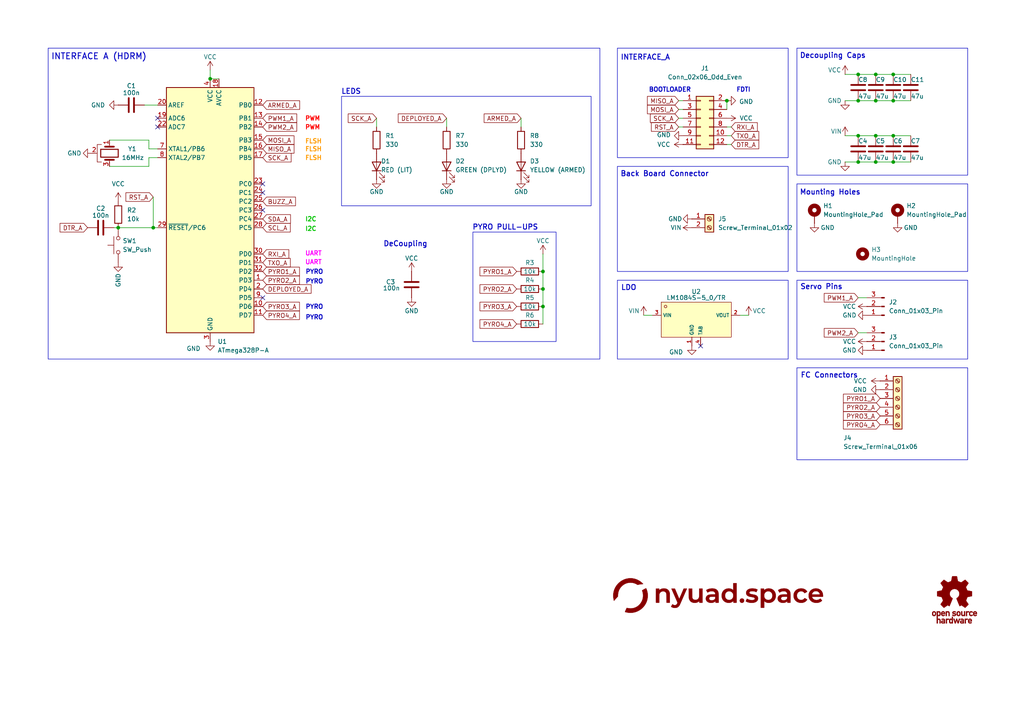
<source format=kicad_sch>
(kicad_sch (version 20250114) (generator "eeschema") (generator_version "9.0")
  (paper "A4")
  (title_block (title "Servo Interface Board") (date "2025-05-06") (rev "4") (company "Nasheed Ur Rehman"))
  (lib_symbols
    (symbol "Connector:Conn_01x03_Pin" (pin_names (offset 1.016) (hide yes))
      (property "Reference" "J" (at 0 5.08 0))
      (property "Value" "Conn_01x03_Pin" (at 0 -5.08 0))
      (symbol "Conn_01x03_Pin_1_1"
        (pin passive line (at 5.08 2.54 180) (length 3.81) (name "Pin_1") (number "1"))
        (pin passive line (at 5.08 0 180) (length 3.81) (name "Pin_2") (number "2"))
        (pin passive line (at 5.08 -2.54 180) (length 3.81) (name "Pin_3") (number "3"))
      )
    )
    (symbol "Connector:Screw_Terminal_01x02" (pin_names (offset 1.016) (hide yes))
      (property "Reference" "J" (at 0 2.54 0))
      (property "Value" "Screw_Terminal_01x02" (at 0 -5.08 0))
      (symbol "Screw_Terminal_01x02_1_1"
        (pin passive line (at -5.08 0 0) (length 3.81) (name "Pin_1") (number "1"))
        (pin passive line (at -5.08 -2.54 0) (length 3.81) (name "Pin_2") (number "2"))
      )
    )
    (symbol "Connector:Screw_Terminal_01x06" (pin_names (offset 1.016) (hide yes))
      (property "Reference" "J" (at 0 7.62 0))
      (property "Value" "Screw_Terminal_01x06" (at 0 -10.16 0))
      (symbol "Screw_Terminal_01x06_1_1"
        (pin passive line (at -5.08 5.08 0) (length 3.81) (name "Pin_1") (number "1"))
        (pin passive line (at -5.08 2.54 0) (length 3.81) (name "Pin_2") (number "2"))
        (pin passive line (at -5.08 0 0) (length 3.81) (name "Pin_3") (number "3"))
        (pin passive line (at -5.08 -2.54 0) (length 3.81) (name "Pin_4") (number "4"))
        (pin passive line (at -5.08 -5.08 0) (length 3.81) (name "Pin_5") (number "5"))
        (pin passive line (at -5.08 -7.62 0) (length 3.81) (name "Pin_6") (number "6"))
      )
    )
    (symbol "Connector_Generic:Conn_02x06_Odd_Even" (pin_names (offset 1.016) (hide yes))
      (property "Reference" "J" (at 1.27 7.62 0))
      (property "Value" "Conn_02x06_Odd_Even" (at 1.27 -10.16 0))
      (symbol "Conn_02x06_Odd_Even_1_1"
        (pin passive line (at -5.08 5.08 0) (length 3.81) (name "Pin_1") (number "1"))
        (pin passive line (at -5.08 2.54 0) (length 3.81) (name "Pin_3") (number "3"))
        (pin passive line (at -5.08 0 0) (length 3.81) (name "Pin_5") (number "5"))
        (pin passive line (at -5.08 -2.54 0) (length 3.81) (name "Pin_7") (number "7"))
        (pin passive line (at -5.08 -5.08 0) (length 3.81) (name "Pin_9") (number "9"))
        (pin passive line (at -5.08 -7.62 0) (length 3.81) (name "Pin_11") (number "11"))
        (pin passive line (at 7.62 5.08 180) (length 3.81) (name "Pin_2") (number "2"))
        (pin passive line (at 7.62 2.54 180) (length 3.81) (name "Pin_4") (number "4"))
        (pin passive line (at 7.62 0 180) (length 3.81) (name "Pin_6") (number "6"))
        (pin passive line (at 7.62 -2.54 180) (length 3.81) (name "Pin_8") (number "8"))
        (pin passive line (at 7.62 -5.08 180) (length 3.81) (name "Pin_10") (number "10"))
        (pin passive line (at 7.62 -7.62 180) (length 3.81) (name "Pin_12") (number "12"))
      )
    )
    (symbol "Device:C" (pin_numbers (hide yes)) (pin_names (offset 0.254))
      (property "Reference" "C" (at 0.635 2.54 0))
      (property "Value" "C" (at 0.635 -2.54 0))
      (symbol "C_1_1"
        (pin passive line (at 0 3.81 270) (length 2.794) (name "~") (number "1"))
        (pin passive line (at 0 -3.81 90) (length 2.794) (name "~") (number "2"))
      )
    )
    (symbol "Device:Crystal_GND2" (pin_names (offset 1.016) (hide yes))
      (property "Reference" "Y" (at 0 5.715 0))
      (property "Value" "Crystal_GND2" (at 0 3.81 0))
      (symbol "Crystal_GND2_1_1"
        (pin passive line (at -3.81 0 0) (length 1.27) (name "1") (number "1"))
        (pin passive line (at 0 -5.08 90) (length 1.27) (name "2") (number "2"))
        (pin passive line (at 3.81 0 180) (length 1.27) (name "3") (number "3"))
      )
    )
    (symbol "Device:LED" (pin_numbers (hide yes)) (pin_names (offset 1.016) (hide yes))
      (property "Reference" "D" (at 0 2.54 0))
      (property "Value" "LED" (at 0 -2.54 0))
      (symbol "LED_1_1"
        (pin passive line (at -3.81 0 0) (length 2.54) (name "K") (number "1"))
        (pin passive line (at 3.81 0 180) (length 2.54) (name "A") (number "2"))
      )
    )
    (symbol "Device:R" (pin_numbers (hide yes)) (pin_names (offset 0))
      (property "Reference" "R" (at 2.032 0 90))
      (property "Value" "R" (at 0 0 90))
      (symbol "R_1_1"
        (pin passive line (at 0 3.81 270) (length 1.27) (name "~") (number "1"))
        (pin passive line (at 0 -3.81 90) (length 1.27) (name "~") (number "2"))
      )
    )
    (symbol "LM1084S-5-TR:LM1084S-5_0/TR"
      (property "Reference" "U2" (at 0 10.16 0))
      (property "Value" "LM1084S-5_0/TR" (at 0 7.62 0))
      (symbol "LM1084S-5_0/TR_0_1"
        (pin unspecified line (at -12.7 1.27 0) (length 2.54) (name "VIN") (number "3"))
        (pin unspecified line (at 1.27 -7.62 90) (length 2.54) (name "TAB") (number "4"))
        (pin unspecified line (at 12.7 1.27 180) (length 2.54) (name "VOUT") (number "2"))
      )
      (symbol "LM1084S-5_0/TR_1_1"
        (pin unspecified line (at -1.27 -7.62 90) (length 2.54) (name "GND") (number "1"))
      )
    )
    (symbol "MCU_Microchip_ATmega:ATmega328P-A"
      (property "Reference" "U1" (at 2.1433 -38.1 0))
      (property "Value" "ATmega328P-A" (at 2.1433 -40.64 0))
      (symbol "ATmega328P-A_1_1"
        (pin passive line (at -15.24 30.48 0) (length 2.54) (name "AREF") (number "20"))
        (pin input line (at -15.24 26.67 0) (length 2.54) (name "ADC6") (number "19"))
        (pin input line (at -15.24 24.13 0) (length 2.54) (name "ADC7") (number "22"))
        (pin bidirectional line (at -15.24 17.78 0) (length 2.54) (name "XTAL1/PB6") (number "7"))
        (pin bidirectional line (at -15.24 15.24 0) (length 2.54) (name "XTAL2/PB7") (number "8"))
        (pin bidirectional line (at -15.24 -5.08 0) (length 2.54) (name "~{RESET}/PC6") (number "29"))
        (pin power_in line (at 0 38.1 270) (length 2.54) (name "VCC") (number "4"))
        (pin passive line (at 0 38.1 270) (length 2.54) (hide yes) (name "VCC") (number "6"))
        (pin passive line (at 0 -38.1 90) (length 2.54) (hide yes) (name "GND") (number "21"))
        (pin power_in line (at 0 -38.1 90) (length 2.54) (name "GND") (number "3"))
        (pin passive line (at 0 -38.1 90) (length 2.54) (hide yes) (name "GND") (number "5"))
        (pin power_in line (at 2.54 38.1 270) (length 2.54) (name "AVCC") (number "18"))
        (pin bidirectional line (at 15.24 30.48 180) (length 2.54) (name "PB0") (number "12"))
        (pin bidirectional line (at 15.24 26.67 180) (length 2.54) (name "PB1") (number "13"))
        (pin bidirectional line (at 15.24 24.13 180) (length 2.54) (name "PB2") (number "14"))
        (pin bidirectional line (at 15.24 20.32 180) (length 2.54) (name "PB3") (number "15"))
        (pin bidirectional line (at 15.24 17.78 180) (length 2.54) (name "PB4") (number "16"))
        (pin bidirectional line (at 15.24 15.24 180) (length 2.54) (name "PB5") (number "17"))
        (pin bidirectional line (at 15.24 7.62 180) (length 2.54) (name "PC0") (number "23"))
        (pin bidirectional line (at 15.24 5.08 180) (length 2.54) (name "PC1") (number "24"))
        (pin bidirectional line (at 15.24 2.54 180) (length 2.54) (name "PC2") (number "25"))
        (pin bidirectional line (at 15.24 0 180) (length 2.54) (name "PC3") (number "26"))
        (pin bidirectional line (at 15.24 -2.54 180) (length 2.54) (name "PC4") (number "27"))
        (pin bidirectional line (at 15.24 -5.08 180) (length 2.54) (name "PC5") (number "28"))
        (pin bidirectional line (at 15.24 -12.7 180) (length 2.54) (name "PD0") (number "30"))
        (pin bidirectional line (at 15.24 -15.24 180) (length 2.54) (name "PD1") (number "31"))
        (pin bidirectional line (at 15.24 -17.78 180) (length 2.54) (name "PD2") (number "32"))
        (pin bidirectional line (at 15.24 -20.32 180) (length 2.54) (name "PD3") (number "1"))
        (pin bidirectional line (at 15.24 -22.86 180) (length 2.54) (name "PD4") (number "2"))
        (pin bidirectional line (at 15.24 -25.4 180) (length 2.54) (name "PD5") (number "9"))
        (pin bidirectional line (at 15.24 -27.94 180) (length 2.54) (name "PD6") (number "10"))
        (pin bidirectional line (at 15.24 -30.48 180) (length 2.54) (name "PD7") (number "11"))
      )
    )
    (symbol "Mechanical:MountingHole" (pin_names (offset 1.016)) (exclude_from_sim yes) (in_bom no)
      (property "Reference" "H" (at 0 5.08 0))
      (property "Value" "MountingHole" (at 0 3.175 0))
    )
    (symbol "Mechanical:MountingHole_Pad" (pin_numbers (hide yes)) (pin_names (offset 1.016) (hide yes)) (exclude_from_sim yes) (in_bom no)
      (property "Reference" "H" (at 0 6.35 0))
      (property "Value" "MountingHole_Pad" (at 0 4.445 0))
      (symbol "MountingHole_Pad_1_1"
        (pin input line (at 0 -2.54 90) (length 2.54) (name "1") (number "1"))
      )
    )
    (symbol "Switch:SW_Push" (pin_numbers (hide yes)) (pin_names (offset 1.016) (hide yes))
      (property "Reference" "SW" (at 1.27 2.54 0))
      (property "Value" "SW_Push" (at 0 -1.524 0))
      (symbol "SW_Push_0_1"
        (pin passive line (at -5.08 0 0) (length 2.54) (name "1") (number "1"))
        (pin passive line (at 5.08 0 180) (length 2.54) (name "2") (number "2"))
      )
    )
    (symbol "nyuad_space:LOGO" (pin_names (offset 1.016)))
    (symbol "osh_logo:LOGO" (pin_names (offset 1.016)))
    (symbol "power:GND" (power) (pin_numbers (hide yes)) (pin_names (offset 0) (hide yes))
      (property "Value" "GND" (at 0 -3.81 0))
      (symbol "GND_1_1"
        (pin power_in line (at 0 0 270) (length 0) (name "~") (number "1"))
      )
    )
    (symbol "power:VCC" (power) (pin_numbers (hide yes)) (pin_names (offset 0) (hide yes))
      (property "Value" "VCC" (at 0 3.556 0))
      (symbol "VCC_1_1"
        (pin power_in line (at 0 0 90) (length 0) (name "~") (number "1"))
      )
    )
  )
  (rectangle (start 13.97 13.97) (end 173.99 104.14))
  (rectangle (start 231.14 53.34) (end 280.67 78.74))
  (rectangle (start 99.06 27.94) (end 171.45 59.69))
  (rectangle (start 137.16 67.31) (end 161.29 99.06))
  (rectangle (start 179.07 81.28) (end 228.6 104.14))
  (rectangle (start 231.14 106.68) (end 280.67 133.35))
  (rectangle (start 231.14 13.97) (end 280.67 50.8))
  (rectangle (start 179.07 13.97) (end 228.6 45.72))
  (rectangle (start 179.07 48.26) (end 228.6 78.74))
  (rectangle (start 231.14 81.28) (end 280.67 104.14))
  (text "FC Connectors" (at 240.538 108.966 0) (effects (font (size 1.5 1.5) (thickness 0.254) (bold yes))))
  (text "Servo Pins" (at 238.252 83.312 0) (effects (font (size 1.5 1.5) (thickness 0.254) (bold yes))))
  (text "Decoupling Caps" (at 241.554 16.256 0) (effects (font (size 1.5 1.5) (thickness 0.254) (bold yes))))
  (text "DeCoupling" (at 117.602 70.866 0) (effects (font (size 1.5 1.5) (thickness 0.254) (bold yes))))
  (text "FLSH" (at 90.932 41.148 0) (effects (font (size 1.27 1.27) (thickness 0.254) (bold yes))))
  (text "LEDS" (at 101.854 26.67 0) (effects (font (size 1.5 1.5) (thickness 0.254) (bold yes))))
  (text "UART" (at 90.932 76.2 0) (effects (font (size 1.27 1.27) (thickness 0.254) (bold yes))))
  (text "Back Board Connector\n" (at 192.786 50.546 0) (effects (font (size 1.5 1.5) (thickness 0.254) (bold yes))))
  (text "PYRO PULL-UPS" (at 146.558 66.04 0) (effects (font (size 1.5 1.5) (thickness 0.254) (bold yes))))
  (text "I2C" (at 90.17 66.548 0) (effects (font (size 1.27 1.27) (thickness 0.254) (bold yes))))
  (text "UART" (at 90.932 73.66 0) (effects (font (size 1.27 1.27) (thickness 0.254) (bold yes))))
  (text "PYRO" (at 91.186 92.202 0) (effects (font (size 1.27 1.27) (thickness 0.254) (bold yes))))
  (text "INTERFACE A (HDRM)" (at 28.702 16.51 0) (effects (font (size 1.75 1.75) (thickness 0.254) (bold yes))))
  (text "PYRO" (at 91.186 81.788 0) (effects (font (size 1.27 1.27) (thickness 0.254) (bold yes))))
  (text "PWM" (at 90.678 37.084 0) (effects (font (size 1.27 1.27) (thickness 0.254) (bold yes))))
  (text "LDO" (at 182.372 83.566 0) (effects (font (size 1.5 1.5) (thickness 0.254) (bold yes))))
  (text "Mounting Holes" (at 240.792 55.88 0) (effects (font (size 1.5 1.5) (thickness 0.254) (bold yes))))
  (text "PYRO" (at 91.186 89.154 0) (effects (font (size 1.27 1.27) (thickness 0.254) (bold yes))))
  (text "FDTI" (at 215.646 26.162 0) (effects (font (size 1.27 1.27) (thickness 0.254) (bold yes))))
  (text "FLSH" (at 90.932 43.434 0) (effects (font (size 1.27 1.27) (thickness 0.254) (bold yes))))
  (text "PYRO" (at 91.186 78.994 0) (effects (font (size 1.27 1.27) (thickness 0.254) (bold yes))))
  (text "BOOTLOADER" (at 194.31 26.162 0) (effects (font (size 1.27 1.27) (thickness 0.254) (bold yes))))
  (text "FLSH" (at 90.932 45.974 0) (effects (font (size 1.27 1.27) (thickness 0.254) (bold yes))))
  (text "I2C" (at 90.17 63.754 0) (effects (font (size 1.27 1.27) (thickness 0.254) (bold yes))))
  (text "INTERFACE_A" (at 187.198 16.764 0) (effects (font (size 1.5 1.5) (thickness 0.254) (bold yes))))
  (text "PWM" (at 90.678 34.544 0) (effects (font (size 1.27 1.27) (thickness 0.254) (bold yes))))
  (junction (at 248.92 46.99))
  (junction (at 157.48 88.9))
  (junction (at 157.48 83.82))
  (junction (at 34.29 66.04))
  (junction (at 157.48 78.74))
  (junction (at 259.08 39.37))
  (junction (at 248.92 21.59))
  (junction (at 259.08 21.59))
  (junction (at 254 21.59))
  (junction (at 259.08 46.99))
  (junction (at 210.82 29.21))
  (junction (at 259.08 29.21))
  (junction (at 44.45 66.04))
  (junction (at 248.92 29.21))
  (junction (at 254 29.21))
  (junction (at 254 46.99))
  (junction (at 248.92 39.37))
  (junction (at 60.96 22.86))
  (junction (at 254 39.37))
  (no_connect (at 76.2 60.96))
  (no_connect (at 45.72 36.83))
  (no_connect (at 45.72 34.29))
  (no_connect (at 76.2 55.88))
  (no_connect (at 76.2 86.36))
  (no_connect (at 203.2 100.33))
  (no_connect (at 76.2 53.34))
  (wire (pts (xy 41.91 30.48) (xy 45.72 30.48)))
  (wire (pts (xy 43.18 48.26) (xy 43.18 45.72)))
  (wire (pts (xy 129.54 34.29) (xy 129.54 36.83)))
  (wire (pts (xy 248.92 86.36) (xy 251.46 86.36)))
  (wire (pts (xy 248.92 29.21) (xy 254 29.21)))
  (wire (pts (xy 254 46.99) (xy 259.08 46.99)))
  (wire (pts (xy 248.92 96.52) (xy 251.46 96.52)))
  (wire (pts (xy 254 39.37) (xy 259.08 39.37)))
  (wire (pts (xy 245.11 46.99) (xy 248.92 46.99)))
  (wire (pts (xy 43.18 43.18) (xy 45.72 43.18)))
  (wire (pts (xy 157.48 83.82) (xy 157.48 88.9)))
  (wire (pts (xy 43.18 45.72) (xy 45.72 45.72)))
  (wire (pts (xy 259.08 39.37) (xy 264.16 39.37)))
  (wire (pts (xy 186.69 91.44) (xy 189.23 91.44)))
  (wire (pts (xy 157.48 73.66) (xy 157.48 78.74)))
  (wire (pts (xy 245.11 29.21) (xy 248.92 29.21)))
  (wire (pts (xy 109.22 34.29) (xy 109.22 36.83)))
  (wire (pts (xy 245.11 39.37) (xy 248.92 39.37)))
  (wire (pts (xy 212.09 41.91) (xy 210.82 41.91)))
  (wire (pts (xy 196.85 31.75) (xy 198.12 31.75)))
  (wire (pts (xy 210.82 29.21) (xy 210.82 31.75)))
  (wire (pts (xy 60.96 22.86) (xy 63.5 22.86)))
  (wire (pts (xy 196.85 34.29) (xy 198.12 34.29)))
  (wire (pts (xy 31.75 48.26) (xy 43.18 48.26)))
  (wire (pts (xy 259.08 46.99) (xy 264.16 46.99)))
  (wire (pts (xy 259.08 29.21) (xy 264.16 29.21)))
  (wire (pts (xy 43.18 40.64) (xy 43.18 43.18)))
  (wire (pts (xy 248.92 21.59) (xy 254 21.59)))
  (wire (pts (xy 44.45 57.15) (xy 44.45 66.04)))
  (wire (pts (xy 31.75 40.64) (xy 43.18 40.64)))
  (wire (pts (xy 157.48 88.9) (xy 157.48 93.98)))
  (wire (pts (xy 196.85 36.83) (xy 198.12 36.83)))
  (wire (pts (xy 212.09 39.37) (xy 210.82 39.37)))
  (wire (pts (xy 196.85 29.21) (xy 198.12 29.21)))
  (wire (pts (xy 259.08 21.59) (xy 264.16 21.59)))
  (wire (pts (xy 254 21.59) (xy 259.08 21.59)))
  (wire (pts (xy 254 29.21) (xy 259.08 29.21)))
  (wire (pts (xy 248.92 39.37) (xy 254 39.37)))
  (wire (pts (xy 212.09 36.83) (xy 210.82 36.83)))
  (wire (pts (xy 60.96 20.32) (xy 60.96 22.86)))
  (wire (pts (xy 151.13 34.29) (xy 151.13 36.83)))
  (wire (pts (xy 33.02 66.04) (xy 34.29 66.04)))
  (wire (pts (xy 245.11 21.59) (xy 248.92 21.59)))
  (wire (pts (xy 34.29 66.04) (xy 44.45 66.04)))
  (wire (pts (xy 217.17 91.44) (xy 214.63 91.44)))
  (wire (pts (xy 157.48 78.74) (xy 157.48 83.82)))
  (wire (pts (xy 248.92 46.99) (xy 254 46.99)))
  (wire (pts (xy 44.45 66.04) (xy 45.72 66.04)))
  (global_label "MOSI_A" (shape input) (at 196.85 31.75 180) (property "Intersheetrefs" "${INTERSHEET_REFS}" (effects (hide yes))))
  (global_label "PWM1_A" (shape input) (at 248.92 86.36 180) (property "Intersheetrefs" "${INTERSHEET_REFS}" (effects (hide yes))))
  (global_label "SDA_A" (shape input) (at 76.2 63.5 0) (property "Intersheetrefs" "${INTERSHEET_REFS}" (effects (hide yes))))
  (global_label "SCL_A" (shape input) (at 76.2 66.04 0) (property "Intersheetrefs" "${INTERSHEET_REFS}" (effects (hide yes))))
  (global_label "RST_A" (shape input) (at 44.45 57.15 180) (property "Intersheetrefs" "${INTERSHEET_REFS}" (effects (hide yes))))
  (global_label "PYRO1_A" (shape input) (at 149.86 78.74 180) (property "Intersheetrefs" "${INTERSHEET_REFS}" (effects (hide yes))))
  (global_label "MISO_A" (shape input) (at 196.85 29.21 180) (property "Intersheetrefs" "${INTERSHEET_REFS}" (effects (hide yes))))
  (global_label "TXO_A" (shape input) (at 212.09 39.37 0) (property "Intersheetrefs" "${INTERSHEET_REFS}" (effects (hide yes))))
  (global_label "DEPLOYED_A" (shape input) (at 76.2 83.82 0) (property "Intersheetrefs" "${INTERSHEET_REFS}" (effects (hide yes))))
  (global_label "RXI_A" (shape input) (at 76.2 73.66 0) (property "Intersheetrefs" "${INTERSHEET_REFS}" (effects (hide yes))))
  (global_label "PYRO1_A" (shape input) (at 255.27 115.57 180) (property "Intersheetrefs" "${INTERSHEET_REFS}" (effects (hide yes))))
  (global_label "PYRO4_A" (shape input) (at 255.27 123.19 180) (property "Intersheetrefs" "${INTERSHEET_REFS}" (effects (hide yes))))
  (global_label "DEPLOYED_A" (shape input) (at 129.54 34.29 180) (property "Intersheetrefs" "${INTERSHEET_REFS}" (effects (hide yes))))
  (global_label "SCK_A" (shape input) (at 109.22 34.29 180) (property "Intersheetrefs" "${INTERSHEET_REFS}" (effects (hide yes))))
  (global_label "DTR_A" (shape input) (at 25.4 66.04 180) (property "Intersheetrefs" "${INTERSHEET_REFS}" (effects (hide yes))))
  (global_label "PYRO2_A" (shape input) (at 149.86 83.82 180) (property "Intersheetrefs" "${INTERSHEET_REFS}" (effects (hide yes))))
  (global_label "PYRO2_A" (shape input) (at 76.2 81.28 0) (property "Intersheetrefs" "${INTERSHEET_REFS}" (effects (hide yes))))
  (global_label "PYRO3_A" (shape input) (at 149.86 88.9 180) (property "Intersheetrefs" "${INTERSHEET_REFS}" (effects (hide yes))))
  (global_label "PWM2_A" (shape input) (at 248.92 96.52 180) (property "Intersheetrefs" "${INTERSHEET_REFS}" (effects (hide yes))))
  (global_label "PYRO1_A" (shape input) (at 76.2 78.74 0) (property "Intersheetrefs" "${INTERSHEET_REFS}" (effects (hide yes))))
  (global_label "SCK_A" (shape input) (at 76.2 45.72 0) (property "Intersheetrefs" "${INTERSHEET_REFS}" (effects (hide yes))))
  (global_label "PYRO4_A" (shape input) (at 76.2 91.44 0) (property "Intersheetrefs" "${INTERSHEET_REFS}" (effects (hide yes))))
  (global_label "PYRO4_A" (shape input) (at 149.86 93.98 180) (property "Intersheetrefs" "${INTERSHEET_REFS}" (effects (hide yes))))
  (global_label "RST_A" (shape input) (at 196.85 36.83 180) (property "Intersheetrefs" "${INTERSHEET_REFS}" (effects (hide yes))))
  (global_label "ARMED_A" (shape input) (at 76.2 30.48 0) (property "Intersheetrefs" "${INTERSHEET_REFS}" (effects (hide yes))))
  (global_label "PWM2_A" (shape input) (at 76.2 36.83 0) (property "Intersheetrefs" "${INTERSHEET_REFS}" (effects (hide yes))))
  (global_label "DTR_A" (shape input) (at 212.09 41.91 0) (property "Intersheetrefs" "${INTERSHEET_REFS}" (effects (hide yes))))
  (global_label "SCK_A" (shape input) (at 196.85 34.29 180) (property "Intersheetrefs" "${INTERSHEET_REFS}" (effects (hide yes))))
  (global_label "TXO_A" (shape input) (at 76.2 76.2 0) (property "Intersheetrefs" "${INTERSHEET_REFS}" (effects (hide yes))))
  (global_label "RXI_A" (shape input) (at 212.09 36.83 0) (property "Intersheetrefs" "${INTERSHEET_REFS}" (effects (hide yes))))
  (global_label "MOSI_A" (shape input) (at 76.2 40.64 0) (property "Intersheetrefs" "${INTERSHEET_REFS}" (effects (hide yes))))
  (global_label "PWM1_A" (shape input) (at 76.2 34.29 0) (property "Intersheetrefs" "${INTERSHEET_REFS}" (effects (hide yes))))
  (global_label "PYRO3_A" (shape input) (at 255.27 120.65 180) (property "Intersheetrefs" "${INTERSHEET_REFS}" (effects (hide yes))))
  (global_label "PYRO2_A" (shape input) (at 255.27 118.11 180) (property "Intersheetrefs" "${INTERSHEET_REFS}" (effects (hide yes))))
  (global_label "PYRO3_A" (shape input) (at 76.2 88.9 0) (property "Intersheetrefs" "${INTERSHEET_REFS}" (effects (hide yes))))
  (global_label "ARMED_A" (shape input) (at 151.13 34.29 180) (property "Intersheetrefs" "${INTERSHEET_REFS}" (effects (hide yes))))
  (global_label "BUZZ_A" (shape input) (at 76.2 58.42 0) (property "Intersheetrefs" "${INTERSHEET_REFS}" (effects (hide yes))))
  (global_label "MISO_A" (shape input) (at 76.2 43.18 0) (property "Intersheetrefs" "${INTERSHEET_REFS}" (effects (hide yes))))
  (symbol (lib_id "osh_logo:LOGO") (at 276.86 173.99 0) (unit 1)
    (property "Reference" "#G2" (effects (hide yes)))
    (property "Value" "LOGO" (effects (hide yes)))
  )
  (symbol (lib_id "power:GND") (at 200.66 63.5 270) (unit 1)
    (property "Reference" "#PWR037" (effects (hide yes)))
    (property "Value" "GND" (at 195.834 63.5 90))
    (property "Description" "Power symbol creates a global label with name \"GND\" , ground" (effects (hide yes)))
  )
  (symbol (lib_id "Connector:Screw_Terminal_01x02") (at 205.74 63.5 0) (unit 1)
    (property "Reference" "J5" (at 208.28 63.4999 0) (effects (justify left)))
    (property "Value" "Screw_Terminal_01x02" (at 208.28 66.0399 0) (effects (justify left)))
    (property "Footprint" "DB125-2_54-2P-GN:CONN-TH_DB125-2.54-2P-GN" (effects (hide yes)))
    (property "Description" "Generic screw terminal, single row, 01x02, script generated (kicad-library-utils/schlib/autogen/connector/)" (effects (hide yes)))
  )
  (symbol (lib_id "power:GND") (at 26.67 44.45 270) (unit 1)
    (property "Reference" "#PWR012" (effects (hide yes)))
    (property "Value" "GND" (at 23.622 44.45 90) (effects (justify right)))
    (property "Description" "Power symbol creates a global label with name \"GND\" , ground" (effects (hide yes)))
  )
  (symbol (lib_id "Device:R") (at 151.13 40.64 0) (unit 1)
    (property "Reference" "R8" (at 153.67 39.3699 0) (effects (justify left)))
    (property "Value" "330" (at 153.67 41.9099 0) (effects (justify left)))
    (property "Footprint" "Resistor_SMD:R_0402_1005Metric" (effects (hide yes)))
    (property "Description" "Resistor" (effects (hide yes)))
  )
  (symbol (lib_id "power:VCC") (at 217.17 91.44 0) (mirror y) (unit 1)
    (property "Reference" "#PWR015" (effects (hide yes)))
    (property "Value" "VCC" (at 220.218 90.17 0))
    (property "Description" "Power symbol creates a global label with name \"VCC\"" (effects (hide yes)))
  )
  (symbol (lib_id "Device:C") (at 29.21 66.04 90) (unit 1)
    (property "Reference" "C2" (at 29.21 60.452 90))
    (property "Value" "100n" (at 29.21 62.484 90))
    (property "Footprint" "Capacitor_SMD:C_0402_1005Metric" (effects (hide yes)))
    (property "Description" "Unpolarized capacitor" (effects (hide yes)))
  )
  (symbol (lib_id "power:VCC") (at 255.27 110.49 90) (unit 1)
    (property "Reference" "#PWR049" (effects (hide yes)))
    (property "Value" "VCC" (at 251.46 110.4899 90) (effects (justify left)))
    (property "Description" "Power symbol creates a global label with name \"VCC\"" (effects (hide yes)))
  )
  (symbol (lib_id "Connector_Generic:Conn_02x06_Odd_Even") (at 203.2 34.29 0) (unit 1)
    (property "Reference" "J1" (at 204.47 19.812 0))
    (property "Value" "Conn_02x06_Odd_Even" (at 204.47 22.352 0))
    (property "Footprint" "PM254V-12-12-H85:HDR-TH_12P-P2.54-V-F-R2-C6-S2.54" (effects (hide yes)))
    (property "Description" "Generic connector, double row, 02x06, odd/even pin numbering scheme (row 1 odd numbers, row 2 even numbers), script generated (kicad-library-utils/schlib/autogen/connector/)" (effects (hide yes)))
  )
  (symbol (lib_id "Device:C") (at 119.38 82.55 180) (unit 1)
    (property "Reference" "C3" (at 113.284 81.788 0))
    (property "Value" "100n" (at 113.538 83.566 0))
    (property "Footprint" "Capacitor_SMD:C_0402_1005Metric" (effects (hide yes)))
    (property "Description" "Unpolarized capacitor" (effects (hide yes)))
  )
  (symbol (lib_id "Device:C") (at 38.1 30.48 90) (unit 1)
    (property "Reference" "C1" (at 38.1 24.892 90))
    (property "Value" "100n" (at 38.1 26.924 90))
    (property "Footprint" "Capacitor_SMD:C_0402_1005Metric" (effects (hide yes)))
    (property "Description" "Unpolarized capacitor" (effects (hide yes)))
  )
  (symbol (lib_id "power:GND") (at 34.29 76.2 0) (unit 1)
    (property "Reference" "#PWR013" (effects (hide yes)))
    (property "Value" "GND" (at 34.29 79.248 90) (effects (justify right)))
    (property "Description" "Power symbol creates a global label with name \"GND\" , ground" (effects (hide yes)))
  )
  (symbol (lib_id "MCU_Microchip_ATmega:ATmega328P-A") (at 60.96 60.96 0) (unit 1)
    (property "Reference" "U1" (at 63.1033 99.06 0) (effects (justify left)))
    (property "Value" "ATmega328P-A" (at 63.1033 101.6 0) (effects (justify left)))
    (property "Footprint" "Package_QFP:TQFP-32_7x7mm_P0.8mm" (effects (hide yes)))
    (property "Datasheet" "http://ww1.microchip.com/downloads/en/DeviceDoc/ATmega328_P%20AVR%20MCU%20with%20picoPower%20Technology%20Data%20Sheet%2040001984A.pdf" (effects (hide yes)))
    (property "Description" "20MHz, 32kB Flash, 2kB SRAM, 1kB EEPROM, TQFP-32" (effects (hide yes)))
  )
  (symbol (lib_id "power:GND") (at 245.11 29.21 0) (unit 1)
    (property "Reference" "#PWR041" (effects (hide yes)))
    (property "Value" "GND" (at 242.062 29.21 0))
    (property "Description" "Power symbol creates a global label with name \"GND\" , ground" (effects (hide yes)))
  )
  (symbol (lib_id "nyuad_space:LOGO") (at 208.28 172.72 0) (unit 1)
    (property "Reference" "#G1" (effects (hide yes)))
    (property "Value" "LOGO" (effects (hide yes)))
  )
  (symbol (lib_id "power:VCC") (at 200.66 66.04 90) (unit 1)
    (property "Reference" "#PWR044" (effects (hide yes)))
    (property "Value" "VIN" (at 196.088 66.04 90))
    (property "Description" "Power symbol creates a global label with name \"VCC\"" (effects (hide yes)))
  )
  (symbol (lib_id "power:GND") (at 255.27 113.03 270) (unit 1)
    (property "Reference" "#PWR048" (effects (hide yes)))
    (property "Value" "GND" (at 251.46 113.0299 90) (effects (justify right)))
    (property "Description" "Power symbol creates a global label with name \"GND\" , ground" (effects (hide yes)))
  )
  (symbol (lib_id "power:GND") (at 129.54 52.07 0) (unit 1)
    (property "Reference" "#PWR09" (effects (hide yes)))
    (property "Value" "GND" (at 129.54 55.626 0))
    (property "Description" "Power symbol creates a global label with name \"GND\" , ground" (effects (hide yes)))
  )
  (symbol (lib_id "Mechanical:MountingHole_Pad") (at 260.35 62.23 0) (unit 1) (exclude_from_sim yes) (in_bom no)
    (property "Reference" "H2" (at 262.89 59.6899 0) (effects (justify left)))
    (property "Value" "MountingHole_Pad" (at 262.89 62.2299 0) (effects (justify left)))
    (property "Footprint" "MountingHole:MountingHole_2.7mm_M2.5_Pad_Via" (effects (hide yes)))
    (property "Description" "Mounting Hole with connection" (effects (hide yes)))
  )
  (symbol (lib_id "Mechanical:MountingHole") (at 250.19 73.66 0) (unit 1) (exclude_from_sim yes) (in_bom no)
    (property "Reference" "H3" (at 252.73 72.3899 0) (effects (justify left)))
    (property "Value" "MountingHole" (at 252.73 74.9299 0) (effects (justify left)))
    (property "Footprint" "MountingHole:MountingHole_2.7mm" (effects (hide yes)))
    (property "Description" "Mounting Hole without connection" (effects (hide yes)))
  )
  (symbol (lib_id "power:VCC") (at 34.29 58.42 0) (unit 1)
    (property "Reference" "#PWR05" (effects (hide yes)))
    (property "Value" "VCC" (at 34.29 53.34 0))
    (property "Description" "Power symbol creates a global label with name \"VCC\"" (effects (hide yes)))
  )
  (symbol (lib_id "power:GND") (at 34.29 30.48 270) (unit 1)
    (property "Reference" "#PWR02" (effects (hide yes)))
    (property "Value" "GND" (at 30.48 30.4799 90) (effects (justify right)))
    (property "Description" "Power symbol creates a global label with name \"GND\" , ground" (effects (hide yes)))
  )
  (symbol (lib_id "power:GND") (at 198.12 39.37 270) (unit 1)
    (property "Reference" "#PWR028" (effects (hide yes)))
    (property "Value" "GND" (at 192.532 39.116 90))
    (property "Description" "Power symbol creates a global label with name \"GND\" , ground" (effects (hide yes)))
  )
  (symbol (lib_id "Device:LED") (at 129.54 48.26 90) (unit 1)
    (property "Reference" "D2" (at 132.08 46.736 90) (effects (justify right)))
    (property "Value" "GREEN (DPLYD)" (at 132.08 49.276 90) (effects (justify right)))
    (property "Footprint" "LED_SMD:LED_0402_1005Metric" (effects (hide yes)))
    (property "Description" "Light emitting diode" (effects (hide yes)))
    (property "Sim.Pins" "1=K 2=A" (effects (hide yes)))
  )
  (symbol (lib_id "Device:C") (at 254 43.18 0) (unit 1)
    (property "Reference" "C5" (at 254 40.894 0) (effects (justify left)))
    (property "Value" "47u" (at 254 45.72 0) (effects (justify left)))
    (property "Footprint" "Capacitor_SMD:C_0805_2012Metric" (effects (hide yes)))
    (property "Description" "Unpolarized capacitor" (effects (hide yes)))
  )
  (symbol (lib_id "Device:R") (at 153.67 83.82 90) (unit 1)
    (property "Reference" "R4" (at 153.67 81.28 90))
    (property "Value" "10k" (at 153.67 83.82 90))
    (property "Footprint" "Resistor_SMD:R_0402_1005Metric" (effects (hide yes)))
    (property "Description" "Resistor" (effects (hide yes)))
  )
  (symbol (lib_id "power:VCC") (at 245.11 39.37 0) (unit 1)
    (property "Reference" "#PWR040" (effects (hide yes)))
    (property "Value" "VIN" (at 242.57 38.1 0))
    (property "Description" "Power symbol creates a global label with name \"VCC\"" (effects (hide yes)))
  )
  (symbol (lib_id "Device:R") (at 109.22 40.64 0) (unit 1)
    (property "Reference" "R1" (at 111.76 39.3699 0) (effects (justify left)))
    (property "Value" "330" (at 111.76 41.9099 0) (effects (justify left)))
    (property "Footprint" "Resistor_SMD:R_0402_1005Metric" (effects (hide yes)))
    (property "Description" "Resistor" (effects (hide yes)))
  )
  (symbol (lib_id "power:VCC") (at 157.48 73.66 0) (mirror y) (unit 1)
    (property "Reference" "#PWR08" (effects (hide yes)))
    (property "Value" "VCC" (at 157.48 69.85 0))
    (property "Description" "Power symbol creates a global label with name \"VCC\"" (effects (hide yes)))
  )
  (symbol (lib_id "Device:C") (at 248.92 43.18 0) (unit 1)
    (property "Reference" "C4" (at 248.92 40.894 0) (effects (justify left)))
    (property "Value" "47u" (at 248.92 45.72 0) (effects (justify left)))
    (property "Footprint" "Capacitor_SMD:C_0805_2012Metric" (effects (hide yes)))
    (property "Description" "Unpolarized capacitor" (effects (hide yes)))
  )
  (symbol (lib_id "Device:C") (at 264.16 43.18 0) (unit 1)
    (property "Reference" "C7" (at 264.16 40.894 0) (effects (justify left)))
    (property "Value" "47u" (at 264.16 45.72 0) (effects (justify left)))
    (property "Footprint" "Capacitor_SMD:C_0805_2012Metric" (effects (hide yes)))
    (property "Description" "Unpolarized capacitor" (effects (hide yes)))
  )
  (symbol (lib_id "power:GND") (at 251.46 101.6 270) (unit 1)
    (property "Reference" "#PWR046" (effects (hide yes)))
    (property "Value" "GND" (at 246.38 101.6 90))
    (property "Description" "Power symbol creates a global label with name \"GND\" , ground" (effects (hide yes)))
  )
  (symbol (lib_id "Device:R") (at 153.67 88.9 90) (unit 1)
    (property "Reference" "R5" (at 153.67 86.36 90))
    (property "Value" "10k" (at 153.67 88.9 90))
    (property "Footprint" "Resistor_SMD:R_0402_1005Metric" (effects (hide yes)))
    (property "Description" "Resistor" (effects (hide yes)))
  )
  (symbol (lib_id "Device:LED") (at 151.13 48.26 90) (unit 1)
    (property "Reference" "D3" (at 153.67 46.736 90) (effects (justify right)))
    (property "Value" "YELLOW (ARMED)" (at 153.67 49.276 90) (effects (justify right)))
    (property "Footprint" "LED_SMD:LED_0402_1005Metric" (effects (hide yes)))
    (property "Description" "Light emitting diode" (effects (hide yes)))
    (property "Sim.Pins" "1=K 2=A" (effects (hide yes)))
  )
  (symbol (lib_id "power:GND") (at 119.38 86.36 0) (unit 1)
    (property "Reference" "#PWR07" (effects (hide yes)))
    (property "Value" "GND" (at 119.38 90.17 0))
    (property "Description" "Power symbol creates a global label with name \"GND\" , ground" (effects (hide yes)))
  )
  (symbol (lib_id "power:GND") (at 251.46 91.44 270) (unit 1)
    (property "Reference" "#PWR047" (effects (hide yes)))
    (property "Value" "GND" (at 246.38 91.44 90))
    (property "Description" "Power symbol creates a global label with name \"GND\" , ground" (effects (hide yes)))
  )
  (symbol (lib_id "Device:R") (at 129.54 40.64 0) (unit 1)
    (property "Reference" "R7" (at 132.08 39.3699 0) (effects (justify left)))
    (property "Value" "330" (at 132.08 41.9099 0) (effects (justify left)))
    (property "Footprint" "Resistor_SMD:R_0402_1005Metric" (effects (hide yes)))
    (property "Description" "Resistor" (effects (hide yes)))
  )
  (symbol (lib_id "power:VCC") (at 186.69 91.44 0) (unit 1)
    (property "Reference" "#PWR042" (effects (hide yes)))
    (property "Value" "VIN" (at 183.896 90.17 0))
    (property "Description" "Power symbol creates a global label with name \"VCC\"" (effects (hide yes)))
  )
  (symbol (lib_id "Device:C") (at 248.92 25.4 0) (unit 1)
    (property "Reference" "C8" (at 248.92 23.114 0) (effects (justify left)))
    (property "Value" "47u" (at 248.92 27.94 0) (effects (justify left)))
    (property "Footprint" "Capacitor_SMD:C_0805_2012Metric" (effects (hide yes)))
    (property "Description" "Unpolarized capacitor" (effects (hide yes)))
  )
  (symbol (lib_id "Device:C") (at 259.08 43.18 0) (unit 1)
    (property "Reference" "C6" (at 259.08 40.894 0) (effects (justify left)))
    (property "Value" "47u" (at 259.08 45.72 0) (effects (justify left)))
    (property "Footprint" "Capacitor_SMD:C_0805_2012Metric" (effects (hide yes)))
    (property "Description" "Unpolarized capacitor" (effects (hide yes)))
  )
  (symbol (lib_id "Device:C") (at 264.16 25.4 0) (unit 1)
    (property "Reference" "C11" (at 264.16 23.114 0) (effects (justify left)))
    (property "Value" "47u" (at 264.16 27.94 0) (effects (justify left)))
    (property "Footprint" "Capacitor_SMD:C_0805_2012Metric" (effects (hide yes)))
    (property "Description" "Unpolarized capacitor" (effects (hide yes)))
  )
  (symbol (lib_id "power:VCC") (at 60.96 20.32 0) (mirror y) (unit 1)
    (property "Reference" "#PWR04" (effects (hide yes)))
    (property "Value" "VCC" (at 60.96 16.51 0))
    (property "Description" "Power symbol creates a global label with name \"VCC\"" (effects (hide yes)))
  )
  (symbol (lib_id "Connector:Conn_01x03_Pin") (at 256.54 99.06 180) (unit 1)
    (property "Reference" "J3" (at 257.81 97.7899 0) (effects (justify right)))
    (property "Value" "Conn_01x03_Pin" (at 257.81 100.3299 0) (effects (justify right)))
    (property "Footprint" "Connector_PinHeader_2.54mm:PinHeader_1x03_P2.54mm_Horizontal" (effects (hide yes)))
    (property "Description" "Generic connector, single row, 01x03, script generated" (effects (hide yes)))
  )
  (symbol (lib_id "power:VCC") (at 198.12 41.91 90) (mirror x) (unit 1)
    (property "Reference" "#PWR027" (effects (hide yes)))
    (property "Value" "VCC" (at 192.532 41.91 90))
    (property "Description" "Power symbol creates a global label with name \"VCC\"" (effects (hide yes)))
  )
  (symbol (lib_id "Device:LED") (at 109.22 48.26 90) (unit 1)
    (property "Reference" "D1" (at 110.49 46.736 90) (effects (justify right)))
    (property "Value" "RED (LIT)" (at 110.49 49.276 90) (effects (justify right)))
    (property "Footprint" "LED_SMD:LED_0402_1005Metric" (effects (hide yes)))
    (property "Description" "Light emitting diode" (effects (hide yes)))
    (property "Sim.Pins" "1=K 2=A" (effects (hide yes)))
  )
  (symbol (lib_id "power:VCC") (at 245.11 21.59 0) (mirror y) (unit 1)
    (property "Reference" "#PWR014" (effects (hide yes)))
    (property "Value" "VCC" (at 242.062 20.32 0))
    (property "Description" "Power symbol creates a global label with name \"VCC\"" (effects (hide yes)))
  )
  (symbol (lib_id "Device:C") (at 259.08 25.4 0) (unit 1)
    (property "Reference" "C10" (at 259.08 23.114 0) (effects (justify left)))
    (property "Value" "47u" (at 259.08 27.94 0) (effects (justify left)))
    (property "Footprint" "Capacitor_SMD:C_0805_2012Metric" (effects (hide yes)))
    (property "Description" "Unpolarized capacitor" (effects (hide yes)))
  )
  (symbol (lib_id "power:GND") (at 60.96 99.06 0) (unit 1)
    (property "Reference" "#PWR01" (effects (hide yes)))
    (property "Value" "GND" (at 56.134 101.092 0))
    (property "Description" "Power symbol creates a global label with name \"GND\" , ground" (effects (hide yes)))
  )
  (symbol (lib_id "Device:R") (at 153.67 93.98 90) (unit 1)
    (property "Reference" "R6" (at 153.67 91.44 90))
    (property "Value" "10k" (at 153.67 93.98 90))
    (property "Footprint" "Resistor_SMD:R_0402_1005Metric" (effects (hide yes)))
    (property "Description" "Resistor" (effects (hide yes)))
  )
  (symbol (lib_id "power:GND") (at 210.82 29.21 90) (unit 1)
    (property "Reference" "#PWR030" (effects (hide yes)))
    (property "Value" "GND" (at 216.408 29.464 90))
    (property "Description" "Power symbol creates a global label with name \"GND\" , ground" (effects (hide yes)))
  )
  (symbol (lib_id "Device:Crystal_GND2") (at 31.75 44.45 270) (unit 1)
    (property "Reference" "Y1" (at 37.084 43.18 90) (effects (justify left)))
    (property "Value" "16MHz" (at 35.306 45.72 90) (effects (justify left)))
    (property "Footprint" "CSTCE16M0V53:OSC-SMD_3P-L3.2-W1.3-P0.95-L" (effects (hide yes)))
    (property "Description" "Three pin crystal, GND on pin 2" (effects (hide yes)))
  )
  (symbol (lib_id "Connector:Conn_01x03_Pin") (at 256.54 88.9 180) (unit 1)
    (property "Reference" "J2" (at 257.81 87.6299 0) (effects (justify right)))
    (property "Value" "Conn_01x03_Pin" (at 257.81 90.1699 0) (effects (justify right)))
    (property "Footprint" "Connector_PinHeader_2.54mm:PinHeader_1x03_P2.54mm_Horizontal" (effects (hide yes)))
    (property "Description" "Generic connector, single row, 01x03, script generated" (effects (hide yes)))
  )
  (symbol (lib_id "LM1084S-5-TR:LM1084S-5_0/TR") (at 201.93 92.71 0) (unit 1)
    (property "Reference" "U2" (at 201.93 84.582 0))
    (property "Value" "LM1084S-5_0/TR" (at 201.93 86.36 0))
    (property "Footprint" "LM1084S-5-TR:TO-263-3_L8.6-W10.2-P2.54-LS14.4-TL" (effects (hide yes)))
    (property "Datasheet" "https://item.szlcsc.com/493917.html" (effects (hide yes)))
    (property "LCSC" "C259973" (effects (hide yes)))
  )
  (symbol (lib_id "Device:R") (at 153.67 78.74 90) (unit 1)
    (property "Reference" "R3" (at 153.67 76.2 90))
    (property "Value" "10k" (at 153.67 78.74 90))
    (property "Footprint" "Resistor_SMD:R_0402_1005Metric" (effects (hide yes)))
    (property "Description" "Resistor" (effects (hide yes)))
  )
  (symbol (lib_id "power:VCC") (at 251.46 88.9 90) (mirror x) (unit 1)
    (property "Reference" "#PWR018" (effects (hide yes)))
    (property "Value" "VCC" (at 246.38 88.9 90))
    (property "Description" "Power symbol creates a global label with name \"VCC\"" (effects (hide yes)))
  )
  (symbol (lib_id "power:GND") (at 200.66 100.33 0) (unit 1)
    (property "Reference" "#PWR043" (effects (hide yes)))
    (property "Value" "GND" (at 196.088 102.108 0))
    (property "Description" "Power symbol creates a global label with name \"GND\" , ground" (effects (hide yes)))
  )
  (symbol (lib_id "Connector:Screw_Terminal_01x06") (at 260.35 115.57 0) (unit 1)
    (property "Reference" "J4" (at 244.602 127 0) (effects (justify left)))
    (property "Value" "Screw_Terminal_01x06" (at 244.602 129.54 0) (effects (justify left)))
    (property "Footprint" "DB125-2_54-6P-GN:CONN-TH_DB125-2.54-6P-GN" (effects (hide yes)))
    (property "Description" "Generic screw terminal, single row, 01x06, script generated (kicad-library-utils/schlib/autogen/connector/)" (effects (hide yes)))
  )
  (symbol (lib_id "power:GND") (at 245.11 46.99 0) (unit 1)
    (property "Reference" "#PWR036" (effects (hide yes)))
    (property "Value" "GND" (at 242.062 46.99 0))
    (property "Description" "Power symbol creates a global label with name \"GND\" , ground" (effects (hide yes)))
  )
  (symbol (lib_id "Switch:SW_Push") (at 34.29 71.12 90) (unit 1)
    (property "Reference" "SW1" (at 35.56 69.8499 90) (effects (justify right)))
    (property "Value" "SW_Push" (at 35.56 72.3899 90) (effects (justify right)))
    (property "Footprint" "Button_Switch_SMD:SW_SPST_B3U-1000P" (effects (hide yes)))
    (property "Description" "Push button switch, generic, two pins" (effects (hide yes)))
  )
  (symbol (lib_id "Mechanical:MountingHole_Pad") (at 236.22 62.23 0) (unit 1) (exclude_from_sim yes) (in_bom no)
    (property "Reference" "H1" (at 238.76 59.6899 0) (effects (justify left)))
    (property "Value" "MountingHole_Pad" (at 238.76 62.2299 0) (effects (justify left)))
    (property "Footprint" "MountingHole:MountingHole_2.7mm_M2.5_Pad_Via" (effects (hide yes)))
    (property "Description" "Mounting Hole with connection" (effects (hide yes)))
  )
  (symbol (lib_id "power:GND") (at 260.35 64.77 0) (unit 1)
    (property "Reference" "#PWR039" (effects (hide yes)))
    (property "Value" "GND" (at 264.16 66.04 0))
    (property "Description" "Power symbol creates a global label with name \"GND\" , ground" (effects (hide yes)))
  )
  (symbol (lib_id "power:VCC") (at 119.38 78.74 0) (mirror y) (unit 1)
    (property "Reference" "#PWR06" (effects (hide yes)))
    (property "Value" "VCC" (at 119.38 74.93 0))
    (property "Description" "Power symbol creates a global label with name \"VCC\"" (effects (hide yes)))
  )
  (symbol (lib_id "Device:R") (at 34.29 62.23 0) (unit 1)
    (property "Reference" "R2" (at 36.83 60.9599 0) (effects (justify left)))
    (property "Value" "10k" (at 36.83 63.4999 0) (effects (justify left)))
    (property "Footprint" "Resistor_SMD:R_0402_1005Metric" (effects (hide yes)))
    (property "Description" "Resistor" (effects (hide yes)))
  )
  (symbol (lib_id "power:GND") (at 109.22 52.07 0) (unit 1)
    (property "Reference" "#PWR03" (effects (hide yes)))
    (property "Value" "GND" (at 109.22 55.626 0))
    (property "Description" "Power symbol creates a global label with name \"GND\" , ground" (effects (hide yes)))
  )
  (symbol (lib_id "Device:C") (at 254 25.4 0) (unit 1)
    (property "Reference" "C9" (at 254 23.114 0) (effects (justify left)))
    (property "Value" "47u" (at 254 27.94 0) (effects (justify left)))
    (property "Footprint" "Capacitor_SMD:C_0805_2012Metric" (effects (hide yes)))
    (property "Description" "Unpolarized capacitor" (effects (hide yes)))
  )
  (symbol (lib_id "power:GND") (at 236.22 64.77 0) (unit 1)
    (property "Reference" "#PWR038" (effects (hide yes)))
    (property "Value" "GND" (at 240.03 66.04 0))
    (property "Description" "Power symbol creates a global label with name \"GND\" , ground" (effects (hide yes)))
  )
  (symbol (lib_id "power:GND") (at 151.13 52.07 0) (unit 1)
    (property "Reference" "#PWR010" (effects (hide yes)))
    (property "Value" "GND" (at 151.13 55.626 0))
    (property "Description" "Power symbol creates a global label with name \"GND\" , ground" (effects (hide yes)))
  )
  (symbol (lib_id "power:VCC") (at 210.82 34.29 270) (mirror x) (unit 1)
    (property "Reference" "#PWR029" (effects (hide yes)))
    (property "Value" "VCC" (at 216.408 34.29 90))
    (property "Description" "Power symbol creates a global label with name \"VCC\"" (effects (hide yes)))
  )
  (symbol (lib_id "power:VCC") (at 251.46 99.06 90) (mirror x) (unit 1)
    (property "Reference" "#PWR017" (effects (hide yes)))
    (property "Value" "VCC" (at 246.38 99.06 90))
    (property "Description" "Power symbol creates a global label with name \"VCC\"" (effects (hide yes)))
  )
)
</source>
